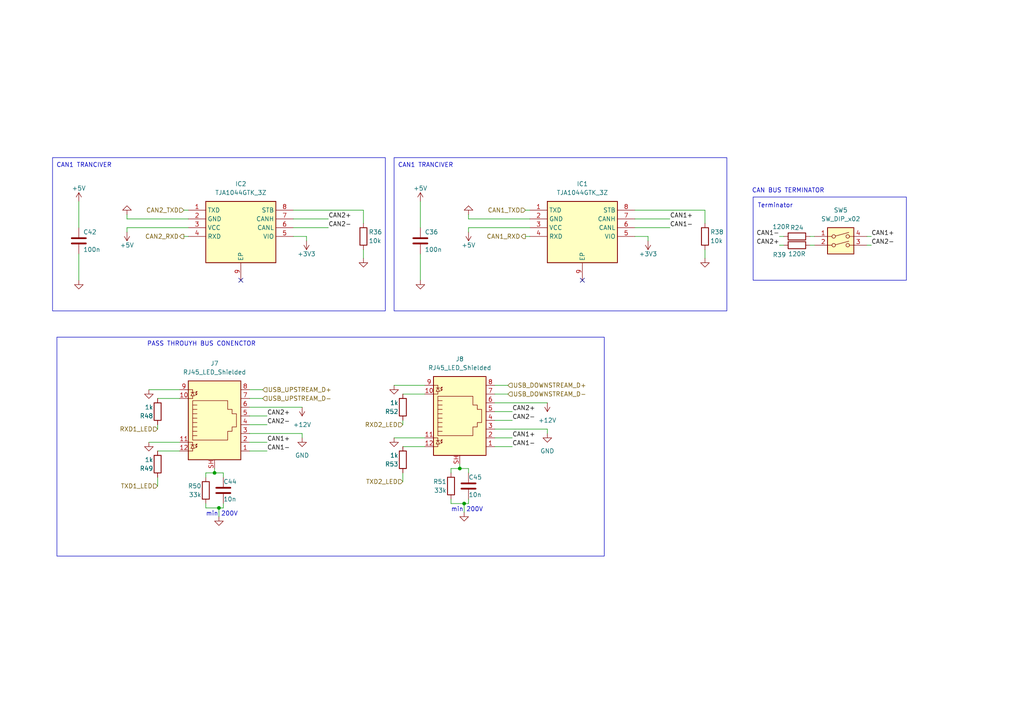
<source format=kicad_sch>
(kicad_sch (version 20231120) (generator "eeschema") (generator_version "8.0")
  (paper "A4")
  (title_block (title "CAN") (date "2025-01-10") (rev "1.0") (company "Patryk Dudziński"))
  (lib_symbols
    (symbol "Connector:RJ45_LED_Shielded" (pin_names (offset 1.016))
      (property "Reference" "J" (at -5.08 13.97 0))
      (property "Value" "RJ45_LED_Shielded" (at 1.27 13.97 0))
      (symbol "RJ45_LED_Shielded_0_1"
        (polyline (pts (xy -7.62 -7.62) (xy -6.35 -7.62)))
        (polyline (pts (xy -7.62 -5.08) (xy -6.35 -5.08)))
        (polyline (pts (xy -7.62 7.62) (xy -6.35 7.62)))
        (polyline (pts (xy -7.62 10.16) (xy -6.35 10.16)))
        (polyline (pts (xy -6.858 -5.842) (xy -5.842 -5.842)))
        (polyline (pts (xy -6.858 9.398) (xy -5.842 9.398)))
        (polyline (pts (xy -6.35 -7.62) (xy -6.35 -6.858)))
        (polyline (pts (xy -6.35 -5.08) (xy -6.35 -5.842)))
        (polyline (pts (xy -6.35 7.62) (xy -6.35 8.382)))
        (polyline (pts (xy -6.35 10.16) (xy -6.35 9.398)))
        (polyline (pts (xy -5.08 -6.223) (xy -5.207 -6.604)))
        (polyline (pts (xy -5.08 -5.588) (xy -5.207 -5.969)))
        (polyline (pts (xy -5.08 4.445) (xy -6.35 4.445)))
        (polyline (pts (xy -5.08 5.715) (xy -6.35 5.715)))
        (polyline (pts (xy -5.08 9.017) (xy -5.207 8.636)))
        (polyline (pts (xy -5.08 9.652) (xy -5.207 9.271)))
        (polyline (pts (xy -6.35 -3.175) (xy -5.08 -3.175) (xy -5.08 -3.175)))
        (polyline (pts (xy -6.35 -1.905) (xy -5.08 -1.905) (xy -5.08 -1.905)))
        (polyline (pts (xy -6.35 -0.635) (xy -5.08 -0.635) (xy -5.08 -0.635)))
        (polyline (pts (xy -6.35 0.635) (xy -5.08 0.635) (xy -5.08 0.635)))
        (polyline (pts (xy -6.35 1.905) (xy -5.08 1.905) (xy -5.08 1.905)))
        (polyline (pts (xy -5.588 -6.731) (xy -5.08 -6.223) (xy -5.461 -6.35)))
        (polyline (pts (xy -5.588 -6.096) (xy -5.08 -5.588) (xy -5.461 -5.715)))
        (polyline (pts (xy -5.588 8.509) (xy -5.08 9.017) (xy -5.461 8.89)))
        (polyline (pts (xy -5.588 9.144) (xy -5.08 9.652) (xy -5.461 9.525)))
        (polyline (pts (xy -5.08 3.175) (xy -6.35 3.175) (xy -6.35 3.175)))
        (polyline (pts (xy -6.35 -5.842) (xy -6.858 -6.858) (xy -5.842 -6.858) (xy -6.35 -5.842)))
        (polyline (pts (xy -6.35 9.398) (xy -6.858 8.382) (xy -5.842 8.382) (xy -6.35 9.398)))
        (polyline (pts (xy -6.35 -4.445) (xy -6.35 6.985) (xy 3.81 6.985) (xy 3.81 4.445) (xy 5.08 4.445) (xy 5.08 3.175) (xy 6.35 3.175) (xy 6.35 -0.635) (xy 5.08 -0.635) (xy 5.08 -1.905) (xy 3.81 -1.905) (xy 3.81 -4.445) (xy -6.35 -4.445) (xy -6.35 -4.445)))
        (rectangle (start 7.62 12.7) (end -7.62 -10.16) (stroke (width 0.254)) (fill (type background)))
      )
      (symbol "RJ45_LED_Shielded_1_1"
        (pin passive line (at 10.16 -7.62 180) (length 2.54) (name "~") (number "1"))
        (pin passive line (at -10.16 7.62 0) (length 2.54) (name "~") (number "10"))
        (pin passive line (at -10.16 -5.08 0) (length 2.54) (name "~") (number "11"))
        (pin passive line (at -10.16 -7.62 0) (length 2.54) (name "~") (number "12"))
        (pin passive line (at 10.16 -5.08 180) (length 2.54) (name "~") (number "2"))
        (pin passive line (at 10.16 -2.54 180) (length 2.54) (name "~") (number "3"))
        (pin passive line (at 10.16 0 180) (length 2.54) (name "~") (number "4"))
        (pin passive line (at 10.16 2.54 180) (length 2.54) (name "~") (number "5"))
        (pin passive line (at 10.16 5.08 180) (length 2.54) (name "~") (number "6"))
        (pin passive line (at 10.16 7.62 180) (length 2.54) (name "~") (number "7"))
        (pin passive line (at 10.16 10.16 180) (length 2.54) (name "~") (number "8"))
        (pin passive line (at -10.16 10.16 0) (length 2.54) (name "~") (number "9"))
        (pin passive line (at 0 -12.7 90) (length 2.54) (name "~") (number "SH"))
      )
    )
    (symbol "Device:C" (pin_numbers hide) (pin_names (offset 0.254))
      (property "Reference" "C" (at 0.635 2.54 0))
      (property "Value" "C" (at 0.635 -2.54 0))
      (symbol "C_0_1"
        (polyline (pts (xy -2.032 -0.762) (xy 2.032 -0.762)) (stroke (width 0.508)))
        (polyline (pts (xy -2.032 0.762) (xy 2.032 0.762)) (stroke (width 0.508)))
      )
      (symbol "C_1_1"
        (pin passive line (at 0 3.81 270) (length 2.794) (name "~") (number "1"))
        (pin passive line (at 0 -3.81 90) (length 2.794) (name "~") (number "2"))
      )
    )
    (symbol "Device:R" (pin_numbers hide) (pin_names (offset 0))
      (property "Reference" "R" (at 2.032 0 90))
      (property "Value" "R" (at 0 0 90))
      (symbol "R_0_1"
        (rectangle (start -1.016 -2.54) (end 1.016 2.54) (stroke (width 0.254)))
      )
      (symbol "R_1_1"
        (pin passive line (at 0 3.81 270) (length 1.27) (name "~") (number "1"))
        (pin passive line (at 0 -3.81 90) (length 1.27) (name "~") (number "2"))
      )
    )
    (symbol "Switch:SW_DIP_x02" (pin_names (offset 0) hide)
      (property "Reference" "SW" (at 0 6.35 0))
      (property "Value" "SW_DIP_x02" (at 0 -3.81 0))
      (symbol "SW_DIP_x02_0_0"
        (circle (center -2.032 0) (radius 0.508))
        (circle (center -2.032 2.54) (radius 0.508))
        (polyline (pts (xy -1.524 0.127) (xy 2.3622 1.1684)))
        (polyline (pts (xy -1.524 2.667) (xy 2.3622 3.7084)))
        (circle (center 2.032 0) (radius 0.508))
        (circle (center 2.032 2.54) (radius 0.508))
      )
      (symbol "SW_DIP_x02_0_1"
        (rectangle (start -3.81 5.08) (end 3.81 -2.54) (stroke (width 0.254)) (fill (type background)))
      )
      (symbol "SW_DIP_x02_1_1"
        (pin passive line (at -7.62 2.54 0) (length 5.08) (name "~") (number "1"))
        (pin passive line (at -7.62 0 0) (length 5.08) (name "~") (number "2"))
        (pin passive line (at 7.62 0 180) (length 5.08) (name "~") (number "3"))
        (pin passive line (at 7.62 2.54 180) (length 5.08) (name "~") (number "4"))
      )
    )
    (symbol "TJA1044GTK_3Z:TJA1044GTK_3Z"
      (property "Reference" "IC" (at 26.67 7.62 0))
      (property "Value" "TJA1044GTK_3Z" (at 26.67 5.08 0))
      (symbol "TJA1044GTK_3Z_1_1"
        (rectangle (start 5.08 2.54) (end 25.4 -15.24) (stroke (width 0.254)) (fill (type background)))
        (pin passive line (at 0 0 0) (length 5.08) (name "TXD") (number "1"))
        (pin passive line (at 0 -2.54 0) (length 5.08) (name "GND") (number "2"))
        (pin passive line (at 0 -5.08 0) (length 5.08) (name "VCC") (number "3"))
        (pin passive line (at 0 -7.62 0) (length 5.08) (name "RXD") (number "4"))
        (pin passive line (at 30.48 -7.62 180) (length 5.08) (name "VIO") (number "5"))
        (pin passive line (at 30.48 -5.08 180) (length 5.08) (name "CANL") (number "6"))
        (pin passive line (at 30.48 -2.54 180) (length 5.08) (name "CANH") (number "7"))
        (pin passive line (at 30.48 0 180) (length 5.08) (name "STB") (number "8"))
        (pin passive line (at 15.24 -20.32 90) (length 5.08) (name "EP") (number "9"))
      )
    )
    (symbol "power:+12V" (power) (pin_numbers hide) (pin_names (offset 0) hide)
      (property "Value" "+12V" (at 0 3.556 0))
      (symbol "+12V_0_1"
        (polyline (pts (xy -0.762 1.27) (xy 0 2.54)))
        (polyline (pts (xy 0 0) (xy 0 2.54)))
        (polyline (pts (xy 0 2.54) (xy 0.762 1.27)))
      )
      (symbol "+12V_1_1"
        (pin power_in line (at 0 0 90) (length 0) (name "~") (number "1"))
      )
    )
    (symbol "power:+3V3" (power) (pin_names (offset 0))
      (property "Value" "+3V3" (at 0 3.556 0))
      (symbol "+3V3_0_1"
        (polyline (pts (xy -0.762 1.27) (xy 0 2.54)))
        (polyline (pts (xy 0 0) (xy 0 2.54)))
        (polyline (pts (xy 0 2.54) (xy 0.762 1.27)))
      )
      (symbol "+3V3_1_1"
        (pin power_in line (at 0 0 90) (length 0) hide (name "+3V3") (number "1"))
      )
    )
    (symbol "power:+5V" (power) (pin_names (offset 0))
      (property "Value" "+5V" (at 0 3.556 0))
      (symbol "+5V_0_1"
        (polyline (pts (xy -0.762 1.27) (xy 0 2.54)))
        (polyline (pts (xy 0 0) (xy 0 2.54)))
        (polyline (pts (xy 0 2.54) (xy 0.762 1.27)))
      )
      (symbol "+5V_1_1"
        (pin power_in line (at 0 0 90) (length 0) hide (name "+5V") (number "1"))
      )
    )
    (symbol "power:GND" (power) (pin_names (offset 0))
      (property "Value" "GND" (at 0 -3.81 0))
      (symbol "GND_0_1"
        (polyline (pts (xy 0 0) (xy 0 -1.27) (xy 1.27 -1.27) (xy 0 -2.54) (xy -1.27 -1.27) (xy 0 -1.27)))
      )
      (symbol "GND_1_1"
        (pin power_in line (at 0 0 270) (length 0) hide (name "GND") (number "1"))
      )
    )
  )
  (junction (at 134.62 146.05))
  (junction (at 62.23 137.16))
  (junction (at 133.35 135.89))
  (junction (at 63.5 147.32))
  (no_connect (at 168.91 81.28))
  (no_connect (at 69.85 81.28))
  (wire (pts (xy 135.89 67.31) (xy 135.89 66.04)))
  (wire (pts (xy 62.23 137.16) (xy 59.69 137.16)))
  (wire (pts (xy 226.06 68.58) (xy 227.33 68.58)))
  (wire (pts (xy 152.4 60.96) (xy 153.67 60.96)))
  (wire (pts (xy 130.81 144.78) (xy 130.81 146.05)))
  (wire (pts (xy 234.95 71.12) (xy 236.22 71.12)))
  (wire (pts (xy 45.72 140.97) (xy 45.72 138.43)))
  (wire (pts (xy 226.06 71.12) (xy 227.33 71.12)))
  (wire (pts (xy 88.9 68.58) (xy 85.09 68.58)))
  (wire (pts (xy 36.83 67.31) (xy 36.83 66.04)))
  (wire (pts (xy 72.39 123.19) (xy 77.47 123.19)))
  (wire (pts (xy 158.75 124.46) (xy 158.75 125.73)))
  (wire (pts (xy 135.89 135.89) (xy 135.89 137.16)))
  (wire (pts (xy 43.18 113.03) (xy 52.07 113.03)))
  (wire (pts (xy 45.72 124.46) (xy 45.72 123.19)))
  (wire (pts (xy 143.51 119.38) (xy 148.59 119.38)))
  (wire (pts (xy 133.35 135.89) (xy 135.89 135.89)))
  (wire (pts (xy 87.63 125.73) (xy 87.63 127)))
  (wire (pts (xy 72.39 113.03) (xy 76.2 113.03)))
  (wire (pts (xy 153.67 63.5) (xy 135.89 63.5)))
  (wire (pts (xy 204.47 72.39) (xy 204.47 74.93)))
  (wire (pts (xy 59.69 146.05) (xy 59.69 147.32)))
  (wire (pts (xy 62.23 135.89) (xy 62.23 137.16)))
  (wire (pts (xy 62.23 137.16) (xy 64.77 137.16)))
  (wire (pts (xy 36.83 66.04) (xy 54.61 66.04)))
  (wire (pts (xy 116.84 114.3) (xy 123.19 114.3)))
  (wire (pts (xy 53.34 60.96) (xy 54.61 60.96)))
  (wire (pts (xy 143.51 116.84) (xy 158.75 116.84)))
  (wire (pts (xy 184.15 66.04) (xy 194.31 66.04)))
  (wire (pts (xy 105.41 72.39) (xy 105.41 74.93)))
  (wire (pts (xy 114.3 127) (xy 123.19 127)))
  (wire (pts (xy 72.39 118.11) (xy 87.63 118.11)))
  (wire (pts (xy 54.61 63.5) (xy 36.83 63.5)))
  (wire (pts (xy 134.62 146.05) (xy 135.89 146.05)))
  (wire (pts (xy 116.84 129.54) (xy 123.19 129.54)))
  (wire (pts (xy 143.51 114.3) (xy 147.32 114.3)))
  (wire (pts (xy 45.72 115.57) (xy 52.07 115.57)))
  (wire (pts (xy 143.51 129.54) (xy 148.59 129.54)))
  (wire (pts (xy 72.39 130.81) (xy 77.47 130.81)))
  (wire (pts (xy 22.86 58.42) (xy 22.86 66.04)))
  (wire (pts (xy 85.09 66.04) (xy 95.25 66.04)))
  (wire (pts (xy 184.15 63.5) (xy 194.31 63.5)))
  (wire (pts (xy 59.69 137.16) (xy 59.69 138.43)))
  (wire (pts (xy 114.3 111.76) (xy 123.19 111.76)))
  (wire (pts (xy 187.96 68.58) (xy 184.15 68.58)))
  (wire (pts (xy 72.39 125.73) (xy 87.63 125.73)))
  (wire (pts (xy 45.72 130.81) (xy 52.07 130.81)))
  (wire (pts (xy 63.5 147.32) (xy 63.5 149.86)))
  (wire (pts (xy 64.77 147.32) (xy 64.77 146.05)))
  (wire (pts (xy 135.89 66.04) (xy 153.67 66.04)))
  (wire (pts (xy 130.81 146.05) (xy 134.62 146.05)))
  (wire (pts (xy 143.51 121.92) (xy 148.59 121.92)))
  (wire (pts (xy 121.92 73.66) (xy 121.92 81.28)))
  (wire (pts (xy 72.39 115.57) (xy 76.2 115.57)))
  (wire (pts (xy 116.84 139.7) (xy 116.84 137.16)))
  (wire (pts (xy 72.39 128.27) (xy 77.47 128.27)))
  (wire (pts (xy 43.18 128.27) (xy 52.07 128.27)))
  (wire (pts (xy 22.86 73.66) (xy 22.86 81.28)))
  (wire (pts (xy 135.89 146.05) (xy 135.89 144.78)))
  (wire (pts (xy 187.96 69.85) (xy 187.96 68.58)))
  (wire (pts (xy 251.46 71.12) (xy 252.73 71.12)))
  (wire (pts (xy 53.34 68.58) (xy 54.61 68.58)))
  (wire (pts (xy 134.62 146.05) (xy 134.62 148.59)))
  (wire (pts (xy 135.89 63.5) (xy 135.89 62.23)))
  (wire (pts (xy 85.09 63.5) (xy 95.25 63.5)))
  (wire (pts (xy 133.35 135.89) (xy 130.81 135.89)))
  (wire (pts (xy 184.15 60.96) (xy 204.47 60.96)))
  (wire (pts (xy 59.69 147.32) (xy 63.5 147.32)))
  (wire (pts (xy 72.39 120.65) (xy 77.47 120.65)))
  (wire (pts (xy 121.92 58.42) (xy 121.92 66.04)))
  (wire (pts (xy 251.46 68.58) (xy 252.73 68.58)))
  (wire (pts (xy 130.81 135.89) (xy 130.81 137.16)))
  (wire (pts (xy 204.47 60.96) (xy 204.47 64.77)))
  (wire (pts (xy 234.95 68.58) (xy 236.22 68.58)))
  (wire (pts (xy 64.77 137.16) (xy 64.77 138.43)))
  (wire (pts (xy 133.35 134.62) (xy 133.35 135.89)))
  (wire (pts (xy 63.5 147.32) (xy 64.77 147.32)))
  (wire (pts (xy 88.9 69.85) (xy 88.9 68.58)))
  (wire (pts (xy 143.51 127) (xy 148.59 127)))
  (wire (pts (xy 143.51 124.46) (xy 158.75 124.46)))
  (wire (pts (xy 152.4 68.58) (xy 153.67 68.58)))
  (wire (pts (xy 143.51 111.76) (xy 147.32 111.76)))
  (wire (pts (xy 36.83 63.5) (xy 36.83 62.23)))
  (wire (pts (xy 116.84 123.19) (xy 116.84 121.92)))
  (wire (pts (xy 105.41 60.96) (xy 105.41 64.77)))
  (wire (pts (xy 85.09 60.96) (xy 105.41 60.96)))
  (rectangle (start 15.24 45.72) (end 111.76 90.17))
  (rectangle (start 16.51 97.79) (end 175.26 161.29))
  (rectangle (start 262.89 57.15) (end 218.44 81.28))
  (rectangle (start 114.3 45.72) (end 210.82 90.17))
  (text "min 200V" (at 59.69 149.86 0) (effects (font (size 1.27 1.27)) (justify left bottom)))
  (text "CAN1 TRANCIVER\n" (at 123.444 48.006 0) (effects (font (size 1.27 1.27))))
  (text "PASS THROUYH BUS CONENCTOR" (at 58.42 99.822 0) (effects (font (size 1.27 1.27))))
  (text "min 200V" (at 130.81 148.59 0) (effects (font (size 1.27 1.27)) (justify left bottom)))
  (text "Terminator" (at 219.71 60.452 0) (effects (font (size 1.27 1.27)) (justify left bottom)))
  (text "CAN1 TRANCIVER\n" (at 24.384 48.006 0) (effects (font (size 1.27 1.27))))
  (text "CAN BUS TERMINATOR" (at 228.6 55.372 0) (effects (font (size 1.27 1.27))))
  (label "CAN1+" (at 252.73 68.58 0))
  (label "CAN1-" (at 148.59 129.54 0))
  (label "CAN2-" (at 95.25 66.04 0))
  (label "CAN2+" (at 226.06 71.12 180))
  (label "CAN1-" (at 226.06 68.58 180))
  (label "CAN2+" (at 95.25 63.5 0))
  (label "CAN2+" (at 77.47 120.65 0))
  (label "CAN2-" (at 148.59 121.92 0))
  (label "CAN1-" (at 77.47 130.81 0))
  (label "CAN1-" (at 194.31 66.04 0))
  (label "CAN1+" (at 194.31 63.5 0))
  (label "CAN2-" (at 252.73 71.12 0))
  (label "CAN1+" (at 148.59 127 0))
  (label "CAN1+" (at 77.47 128.27 0))
  (label "CAN2-" (at 77.47 123.19 0))
  (label "CAN2+" (at 148.59 119.38 0))
  (hierarchical_label "TXD2_LED" (shape input) (at 116.84 139.7 180))
  (hierarchical_label "CAN2_RXD" (shape output) (at 53.34 68.58 180))
  (hierarchical_label "USB_DOWNSTREAM_D-" (shape input) (at 147.32 114.3 0))
  (hierarchical_label "USB_UPSTREAM_D-" (shape input) (at 76.2 115.57 0))
  (hierarchical_label "RXD2_LED" (shape input) (at 116.84 123.19 180))
  (hierarchical_label "USB_DOWNSTREAM_D+" (shape input) (at 147.32 111.76 0))
  (hierarchical_label "TXD1_LED" (shape input) (at 45.72 140.97 180))
  (hierarchical_label "USB_UPSTREAM_D+" (shape input) (at 76.2 113.03 0))
  (hierarchical_label "CAN2_TXD" (shape input) (at 53.34 60.96 180))
  (hierarchical_label "CAN1_RXD" (shape output) (at 152.4 68.58 180))
  (hierarchical_label "CAN1_TXD" (shape input) (at 152.4 60.96 180))
  (hierarchical_label "RXD1_LED" (shape input) (at 45.72 124.46 180))
  (symbol (lib_id "power:+3V3") (at 88.9 69.85 180) (unit 1)
    (property "Reference" "#PWR096" (effects (hide yes)))
    (property "Value" "+3V3" (at 88.9 73.66 0))
  )
  (symbol (lib_id "Device:C") (at 121.92 69.85 0) (unit 1)
    (property "Reference" "C36" (at 123.19 67.31 0) (effects (justify left)))
    (property "Value" "100n" (at 123.19 72.39 0) (effects (justify left)))
    (property "Footprint" "Capacitor_SMD:C_0402_1005Metric" (effects (hide yes)))
  )
  (symbol (lib_id "power:GND") (at 114.3 127 0) (unit 1)
    (property "Reference" "#PWR084" (effects (hide yes)))
    (property "Value" "GND" (effects (hide yes)))
  )
  (symbol (lib_id "Connector:RJ45_LED_Shielded") (at 133.35 121.92 0) (unit 1)
    (property "Reference" "J8" (at 133.35 104.14 0))
    (property "Value" "RJ45_LED_Shielded" (at 133.35 106.68 0))
    (property "Footprint" "Connector_RJ:RJ45_Amphenol_RJHSE538X" (effects (hide yes)))
    (property "Description" "RJ connector, 8P8C (8 positions 8 connected), two LEDs, Shielded" (effects (hide yes)))
  )
  (symbol (lib_id "Connector:RJ45_LED_Shielded") (at 62.23 123.19 0) (unit 1)
    (property "Reference" "J7" (at 62.23 105.41 0))
    (property "Value" "RJ45_LED_Shielded" (at 62.23 107.95 0))
    (property "Footprint" "Connector_RJ:RJ45_Amphenol_RJHSE538X" (effects (hide yes)))
    (property "Description" "RJ connector, 8P8C (8 positions 8 connected), two LEDs, Shielded" (effects (hide yes)))
  )
  (symbol (lib_id "power:+12V") (at 158.75 116.84 180) (unit 1)
    (property "Reference" "#PWR057" (effects (hide yes)))
    (property "Value" "+12V" (at 158.75 121.92 0))
    (property "Description" "Power symbol creates a global label with name \"+12V\"" (effects (hide yes)))
  )
  (symbol (lib_id "power:GND") (at 43.18 113.03 0) (unit 1)
    (property "Reference" "#PWR046" (effects (hide yes)))
    (property "Value" "GND" (effects (hide yes)))
  )
  (symbol (lib_id "TJA1044GTK_3Z:TJA1044GTK_3Z") (at 54.61 60.96 0) (unit 1)
    (property "Reference" "IC2" (at 69.85 53.34 0))
    (property "Value" "TJA1044GTK_3Z" (at 69.85 55.88 0))
    (property "Footprint" "SON65P300X300X100-9N-D" (effects (hide yes)))
    (property "Datasheet" "http://www.nxp.com/docs/en/data-sheet/TJA1044.pdf" (effects (hide yes)))
    (property "Description" "CAN Interface IC High-speed CAN transceiver with Standby mode" (effects (hide yes)))
    (property "Height" "1" (effects (hide yes)))
    (property "Manufacturer_Name" "NXP" (effects (hide yes)))
    (property "Manufacturer_Part_Number" "TJA1044GTK/3Z" (effects (hide yes)))
    (property "Mouser Part Number" "771-TJA1044GTK/3Z" (effects (hide yes)))
    (property "Mouser Price/Stock" "https://www.mouser.co.uk/ProductDetail/NXP-Semiconductors/TJA1044GTK-3Z?qs=HXFqYaX1Q2zBgKPO%2FJaYgg%3D%3D" (effects (hide yes)))
    (property "Arrow Part Number" "TJA1044GTK/3Z" (effects (hide yes)))
    (property "Arrow Price/Stock" "https://www.arrow.com/en/products/tja1044gtk3z/nxp-semiconductors?utm_currency=USD&region=nac" (effects (hide yes)))
  )
  (symbol (lib_id "power:+12V") (at 87.63 118.11 180) (unit 1)
    (property "Reference" "#PWR055" (effects (hide yes)))
    (property "Value" "+12V" (at 87.63 123.19 0))
    (property "Description" "Power symbol creates a global label with name \"+12V\"" (effects (hide yes)))
  )
  (symbol (lib_id "power:+5V") (at 121.92 58.42 0) (unit 1)
    (property "Reference" "#PWR073" (effects (hide yes)))
    (property "Value" "+5V" (at 121.92 54.61 0))
  )
  (symbol (lib_id "Device:R") (at 45.72 119.38 180) (unit 1)
    (property "Reference" "R48" (at 44.45 120.65 0) (effects (justify left)))
    (property "Value" "1k" (at 44.45 118.11 0) (effects (justify left)))
    (property "Footprint" "Resistor_SMD:R_0402_1005Metric" (effects (hide yes)))
  )
  (symbol (lib_id "Device:R") (at 105.41 68.58 180) (unit 1)
    (property "Reference" "R36" (at 106.934 67.31 0) (effects (justify right)))
    (property "Value" "10k" (at 106.934 69.85 0) (effects (justify right)))
    (property "Footprint" "Resistor_SMD:R_0402_1005Metric" (effects (hide yes)))
  )
  (symbol (lib_id "Device:R") (at 130.81 140.97 0) (unit 1)
    (property "Reference" "R51" (at 129.54 139.7 0) (effects (justify right)))
    (property "Value" "33k" (at 129.54 142.24 0) (effects (justify right)))
    (property "Footprint" "Resistor_SMD:R_0402_1005Metric" (effects (hide yes)))
  )
  (symbol (lib_id "Device:R") (at 231.14 71.12 90) (unit 1)
    (property "Reference" "R39" (at 226.06 73.914 90))
    (property "Value" "120R" (at 231.14 73.66 90))
    (property "Footprint" "Resistor_SMD:R_0603_1608Metric" (effects (hide yes)))
  )
  (symbol (lib_id "Device:R") (at 231.14 68.58 90) (unit 1)
    (property "Reference" "R24" (at 231.14 66.04 90))
    (property "Value" "120R" (at 226.568 65.786 90))
    (property "Footprint" "Resistor_SMD:R_0603_1608Metric" (effects (hide yes)))
  )
  (symbol (lib_id "power:GND") (at 22.86 81.28 0) (unit 1)
    (property "Reference" "#PWR079" (effects (hide yes)))
    (property "Value" "GND" (effects (hide yes)))
  )
  (symbol (lib_id "power:GND") (at 36.83 62.23 180) (unit 1)
    (property "Reference" "#PWR088" (effects (hide yes)))
    (property "Value" "GND" (effects (hide yes)))
  )
  (symbol (lib_id "power:GND") (at 87.63 127 0) (unit 1)
    (property "Reference" "#PWR054" (effects (hide yes)))
    (property "Value" "GND" (at 87.63 132.08 0))
    (property "Description" "Power symbol creates a global label with name \"GND\" , ground" (effects (hide yes)))
  )
  (symbol (lib_id "Device:R") (at 204.47 68.58 180) (unit 1)
    (property "Reference" "R38" (at 205.994 67.31 0) (effects (justify right)))
    (property "Value" "10k" (at 205.994 69.85 0) (effects (justify right)))
    (property "Footprint" "Resistor_SMD:R_0402_1005Metric" (effects (hide yes)))
  )
  (symbol (lib_id "Device:C") (at 64.77 142.24 0) (unit 1)
    (property "Reference" "C44" (at 64.77 139.7 0) (effects (justify left)))
    (property "Value" "10n" (at 64.77 144.78 0) (effects (justify left)))
    (property "Footprint" "Capacitor_SMD:C_0402_1005Metric" (effects (hide yes)))
  )
  (symbol (lib_id "power:GND") (at 43.18 128.27 0) (unit 1)
    (property "Reference" "#PWR045" (effects (hide yes)))
    (property "Value" "GND" (effects (hide yes)))
  )
  (symbol (lib_id "Device:R") (at 59.69 142.24 0) (unit 1)
    (property "Reference" "R50" (at 58.42 140.97 0) (effects (justify right)))
    (property "Value" "33k" (at 58.42 143.51 0) (effects (justify right)))
    (property "Footprint" "Resistor_SMD:R_0402_1005Metric" (effects (hide yes)))
  )
  (symbol (lib_id "Device:C") (at 135.89 140.97 0) (unit 1)
    (property "Reference" "C45" (at 135.89 138.43 0) (effects (justify left)))
    (property "Value" "10n" (at 135.89 143.51 0) (effects (justify left)))
    (property "Footprint" "Capacitor_SMD:C_0402_1005Metric" (effects (hide yes)))
  )
  (symbol (lib_id "power:+5V") (at 36.83 67.31 180) (unit 1)
    (property "Reference" "#PWR089" (effects (hide yes)))
    (property "Value" "+5V" (at 36.83 71.12 0))
  )
  (symbol (lib_id "power:+5V") (at 22.86 58.42 0) (unit 1)
    (property "Reference" "#PWR078" (effects (hide yes)))
    (property "Value" "+5V" (at 22.86 54.61 0))
  )
  (symbol (lib_id "TJA1044GTK_3Z:TJA1044GTK_3Z") (at 153.67 60.96 0) (unit 1)
    (property "Reference" "IC1" (at 168.91 53.34 0))
    (property "Value" "TJA1044GTK_3Z" (at 168.91 55.88 0))
    (property "Footprint" "SON65P300X300X100-9N-D" (effects (hide yes)))
    (property "Datasheet" "http://www.nxp.com/docs/en/data-sheet/TJA1044.pdf" (effects (hide yes)))
    (property "Description" "CAN Interface IC High-speed CAN transceiver with Standby mode" (effects (hide yes)))
    (property "Height" "1" (effects (hide yes)))
    (property "Manufacturer_Name" "NXP" (effects (hide yes)))
    (property "Manufacturer_Part_Number" "TJA1044GTK/3Z" (effects (hide yes)))
    (property "Mouser Part Number" "771-TJA1044GTK/3Z" (effects (hide yes)))
    (property "Mouser Price/Stock" "https://www.mouser.co.uk/ProductDetail/NXP-Semiconductors/TJA1044GTK-3Z?qs=HXFqYaX1Q2zBgKPO%2FJaYgg%3D%3D" (effects (hide yes)))
    (property "Arrow Part Number" "TJA1044GTK/3Z" (effects (hide yes)))
    (property "Arrow Price/Stock" "https://www.arrow.com/en/products/tja1044gtk3z/nxp-semiconductors?utm_currency=USD&region=nac" (effects (hide yes)))
  )
  (symbol (lib_id "power:GND") (at 114.3 111.76 0) (unit 1)
    (property "Reference" "#PWR052" (effects (hide yes)))
    (property "Value" "GND" (effects (hide yes)))
  )
  (symbol (lib_id "power:GND") (at 121.92 81.28 0) (unit 1)
    (property "Reference" "#PWR080" (effects (hide yes)))
    (property "Value" "GND" (effects (hide yes)))
  )
  (symbol (lib_id "power:GND") (at 63.5 149.86 0) (unit 1)
    (property "Reference" "#PWR090" (effects (hide yes)))
    (property "Value" "GND" (effects (hide yes)))
  )
  (symbol (lib_id "Device:R") (at 45.72 134.62 180) (unit 1)
    (property "Reference" "R49" (at 44.45 135.89 0) (effects (justify left)))
    (property "Value" "1k" (at 44.45 133.35 0) (effects (justify left)))
    (property "Footprint" "Resistor_SMD:R_0402_1005Metric" (effects (hide yes)))
  )
  (symbol (lib_id "Device:R") (at 116.84 118.11 180) (unit 1)
    (property "Reference" "R52" (at 115.57 119.38 0) (effects (justify left)))
    (property "Value" "1k" (at 115.57 116.84 0) (effects (justify left)))
    (property "Footprint" "Resistor_SMD:R_0402_1005Metric" (effects (hide yes)))
  )
  (symbol (lib_id "power:GND") (at 158.75 125.73 0) (unit 1)
    (property "Reference" "#PWR056" (effects (hide yes)))
    (property "Value" "GND" (at 158.75 130.81 0))
    (property "Description" "Power symbol creates a global label with name \"GND\" , ground" (effects (hide yes)))
  )
  (symbol (lib_id "power:GND") (at 204.47 74.93 0) (unit 1)
    (property "Reference" "#PWR077" (effects (hide yes)))
    (property "Value" "GND" (effects (hide yes)))
  )
  (symbol (lib_id "Switch:SW_DIP_x02") (at 243.84 71.12 0) (unit 1)
    (property "Reference" "SW5" (at 243.84 60.96 0))
    (property "Value" "SW_DIP_x02" (at 243.84 63.5 0))
    (property "Footprint" "Button_Switch_THT:SW_DIP_SPSTx02_Slide_6.7x6.64mm_W7.62mm_P2.54mm_LowProfile" (effects (hide yes)))
    (property "Description" "2x DIP Switch, Single Pole Single Throw (SPST) switch, small symbol" (effects (hide yes)))
  )
  (symbol (lib_id "power:+3V3") (at 187.96 69.85 180) (unit 1)
    (property "Reference" "#PWR076" (effects (hide yes)))
    (property "Value" "+3V3" (at 187.96 73.66 0))
  )
  (symbol (lib_id "power:GND") (at 135.89 62.23 180) (unit 1)
    (property "Reference" "#PWR074" (effects (hide yes)))
    (property "Value" "GND" (effects (hide yes)))
  )
  (symbol (lib_id "power:GND") (at 134.62 148.59 0) (unit 1)
    (property "Reference" "#PWR093" (effects (hide yes)))
    (property "Value" "GND" (effects (hide yes)))
  )
  (symbol (lib_id "Device:C") (at 22.86 69.85 0) (unit 1)
    (property "Reference" "C42" (at 24.13 67.31 0) (effects (justify left)))
    (property "Value" "100n" (at 24.13 72.39 0) (effects (justify left)))
    (property "Footprint" "Capacitor_SMD:C_0402_1005Metric" (effects (hide yes)))
  )
  (symbol (lib_id "Device:R") (at 116.84 133.35 180) (unit 1)
    (property "Reference" "R53" (at 115.57 134.62 0) (effects (justify left)))
    (property "Value" "1k" (at 115.57 132.08 0) (effects (justify left)))
    (property "Footprint" "Resistor_SMD:R_0402_1005Metric" (effects (hide yes)))
  )
  (symbol (lib_id "power:GND") (at 105.41 74.93 0) (unit 1)
    (property "Reference" "#PWR097" (effects (hide yes)))
    (property "Value" "GND" (effects (hide yes)))
  )
  (symbol (lib_id "power:+5V") (at 135.89 67.31 180) (unit 1)
    (property "Reference" "#PWR075" (effects (hide yes)))
    (property "Value" "+5V" (at 135.89 71.12 0))
  )
)
</source>
